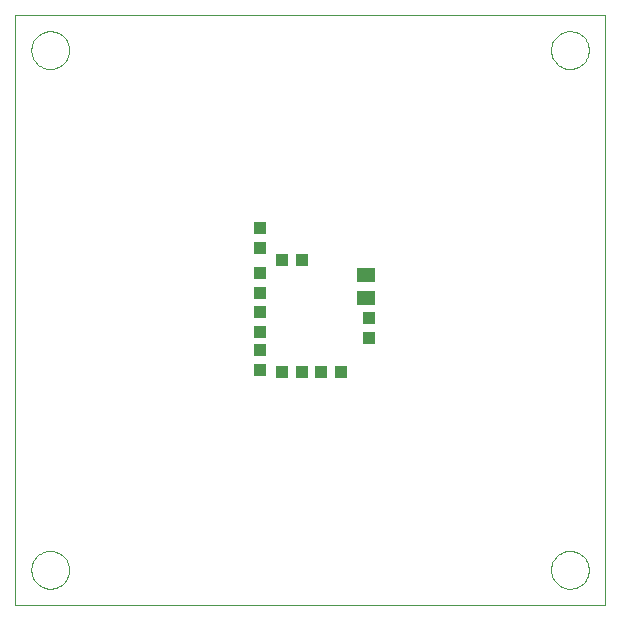
<source format=gbp>
G75*
G70*
%OFA0B0*%
%FSLAX24Y24*%
%IPPOS*%
%LPD*%
%AMOC8*
5,1,8,0,0,1.08239X$1,22.5*
%
%ADD10C,0.0000*%
%ADD11R,0.0394X0.0433*%
%ADD12R,0.0433X0.0394*%
%ADD13R,0.0591X0.0512*%
D10*
X003295Y003295D02*
X022980Y003295D01*
X022980Y022980D01*
X003295Y022980D01*
X003295Y003295D01*
X003846Y004476D02*
X003848Y004526D01*
X003854Y004576D01*
X003864Y004625D01*
X003878Y004673D01*
X003895Y004720D01*
X003916Y004765D01*
X003941Y004809D01*
X003969Y004850D01*
X004001Y004889D01*
X004035Y004926D01*
X004072Y004960D01*
X004112Y004990D01*
X004154Y005017D01*
X004198Y005041D01*
X004244Y005062D01*
X004291Y005078D01*
X004339Y005091D01*
X004389Y005100D01*
X004438Y005105D01*
X004489Y005106D01*
X004539Y005103D01*
X004588Y005096D01*
X004637Y005085D01*
X004685Y005070D01*
X004731Y005052D01*
X004776Y005030D01*
X004819Y005004D01*
X004860Y004975D01*
X004899Y004943D01*
X004935Y004908D01*
X004967Y004870D01*
X004997Y004830D01*
X005024Y004787D01*
X005047Y004743D01*
X005066Y004697D01*
X005082Y004649D01*
X005094Y004600D01*
X005102Y004551D01*
X005106Y004501D01*
X005106Y004451D01*
X005102Y004401D01*
X005094Y004352D01*
X005082Y004303D01*
X005066Y004255D01*
X005047Y004209D01*
X005024Y004165D01*
X004997Y004122D01*
X004967Y004082D01*
X004935Y004044D01*
X004899Y004009D01*
X004860Y003977D01*
X004819Y003948D01*
X004776Y003922D01*
X004731Y003900D01*
X004685Y003882D01*
X004637Y003867D01*
X004588Y003856D01*
X004539Y003849D01*
X004489Y003846D01*
X004438Y003847D01*
X004389Y003852D01*
X004339Y003861D01*
X004291Y003874D01*
X004244Y003890D01*
X004198Y003911D01*
X004154Y003935D01*
X004112Y003962D01*
X004072Y003992D01*
X004035Y004026D01*
X004001Y004063D01*
X003969Y004102D01*
X003941Y004143D01*
X003916Y004187D01*
X003895Y004232D01*
X003878Y004279D01*
X003864Y004327D01*
X003854Y004376D01*
X003848Y004426D01*
X003846Y004476D01*
X003846Y021799D02*
X003848Y021849D01*
X003854Y021899D01*
X003864Y021948D01*
X003878Y021996D01*
X003895Y022043D01*
X003916Y022088D01*
X003941Y022132D01*
X003969Y022173D01*
X004001Y022212D01*
X004035Y022249D01*
X004072Y022283D01*
X004112Y022313D01*
X004154Y022340D01*
X004198Y022364D01*
X004244Y022385D01*
X004291Y022401D01*
X004339Y022414D01*
X004389Y022423D01*
X004438Y022428D01*
X004489Y022429D01*
X004539Y022426D01*
X004588Y022419D01*
X004637Y022408D01*
X004685Y022393D01*
X004731Y022375D01*
X004776Y022353D01*
X004819Y022327D01*
X004860Y022298D01*
X004899Y022266D01*
X004935Y022231D01*
X004967Y022193D01*
X004997Y022153D01*
X005024Y022110D01*
X005047Y022066D01*
X005066Y022020D01*
X005082Y021972D01*
X005094Y021923D01*
X005102Y021874D01*
X005106Y021824D01*
X005106Y021774D01*
X005102Y021724D01*
X005094Y021675D01*
X005082Y021626D01*
X005066Y021578D01*
X005047Y021532D01*
X005024Y021488D01*
X004997Y021445D01*
X004967Y021405D01*
X004935Y021367D01*
X004899Y021332D01*
X004860Y021300D01*
X004819Y021271D01*
X004776Y021245D01*
X004731Y021223D01*
X004685Y021205D01*
X004637Y021190D01*
X004588Y021179D01*
X004539Y021172D01*
X004489Y021169D01*
X004438Y021170D01*
X004389Y021175D01*
X004339Y021184D01*
X004291Y021197D01*
X004244Y021213D01*
X004198Y021234D01*
X004154Y021258D01*
X004112Y021285D01*
X004072Y021315D01*
X004035Y021349D01*
X004001Y021386D01*
X003969Y021425D01*
X003941Y021466D01*
X003916Y021510D01*
X003895Y021555D01*
X003878Y021602D01*
X003864Y021650D01*
X003854Y021699D01*
X003848Y021749D01*
X003846Y021799D01*
X021169Y021799D02*
X021171Y021849D01*
X021177Y021899D01*
X021187Y021948D01*
X021201Y021996D01*
X021218Y022043D01*
X021239Y022088D01*
X021264Y022132D01*
X021292Y022173D01*
X021324Y022212D01*
X021358Y022249D01*
X021395Y022283D01*
X021435Y022313D01*
X021477Y022340D01*
X021521Y022364D01*
X021567Y022385D01*
X021614Y022401D01*
X021662Y022414D01*
X021712Y022423D01*
X021761Y022428D01*
X021812Y022429D01*
X021862Y022426D01*
X021911Y022419D01*
X021960Y022408D01*
X022008Y022393D01*
X022054Y022375D01*
X022099Y022353D01*
X022142Y022327D01*
X022183Y022298D01*
X022222Y022266D01*
X022258Y022231D01*
X022290Y022193D01*
X022320Y022153D01*
X022347Y022110D01*
X022370Y022066D01*
X022389Y022020D01*
X022405Y021972D01*
X022417Y021923D01*
X022425Y021874D01*
X022429Y021824D01*
X022429Y021774D01*
X022425Y021724D01*
X022417Y021675D01*
X022405Y021626D01*
X022389Y021578D01*
X022370Y021532D01*
X022347Y021488D01*
X022320Y021445D01*
X022290Y021405D01*
X022258Y021367D01*
X022222Y021332D01*
X022183Y021300D01*
X022142Y021271D01*
X022099Y021245D01*
X022054Y021223D01*
X022008Y021205D01*
X021960Y021190D01*
X021911Y021179D01*
X021862Y021172D01*
X021812Y021169D01*
X021761Y021170D01*
X021712Y021175D01*
X021662Y021184D01*
X021614Y021197D01*
X021567Y021213D01*
X021521Y021234D01*
X021477Y021258D01*
X021435Y021285D01*
X021395Y021315D01*
X021358Y021349D01*
X021324Y021386D01*
X021292Y021425D01*
X021264Y021466D01*
X021239Y021510D01*
X021218Y021555D01*
X021201Y021602D01*
X021187Y021650D01*
X021177Y021699D01*
X021171Y021749D01*
X021169Y021799D01*
X021169Y004476D02*
X021171Y004526D01*
X021177Y004576D01*
X021187Y004625D01*
X021201Y004673D01*
X021218Y004720D01*
X021239Y004765D01*
X021264Y004809D01*
X021292Y004850D01*
X021324Y004889D01*
X021358Y004926D01*
X021395Y004960D01*
X021435Y004990D01*
X021477Y005017D01*
X021521Y005041D01*
X021567Y005062D01*
X021614Y005078D01*
X021662Y005091D01*
X021712Y005100D01*
X021761Y005105D01*
X021812Y005106D01*
X021862Y005103D01*
X021911Y005096D01*
X021960Y005085D01*
X022008Y005070D01*
X022054Y005052D01*
X022099Y005030D01*
X022142Y005004D01*
X022183Y004975D01*
X022222Y004943D01*
X022258Y004908D01*
X022290Y004870D01*
X022320Y004830D01*
X022347Y004787D01*
X022370Y004743D01*
X022389Y004697D01*
X022405Y004649D01*
X022417Y004600D01*
X022425Y004551D01*
X022429Y004501D01*
X022429Y004451D01*
X022425Y004401D01*
X022417Y004352D01*
X022405Y004303D01*
X022389Y004255D01*
X022370Y004209D01*
X022347Y004165D01*
X022320Y004122D01*
X022290Y004082D01*
X022258Y004044D01*
X022222Y004009D01*
X022183Y003977D01*
X022142Y003948D01*
X022099Y003922D01*
X022054Y003900D01*
X022008Y003882D01*
X021960Y003867D01*
X021911Y003856D01*
X021862Y003849D01*
X021812Y003846D01*
X021761Y003847D01*
X021712Y003852D01*
X021662Y003861D01*
X021614Y003874D01*
X021567Y003890D01*
X021521Y003911D01*
X021477Y003935D01*
X021435Y003962D01*
X021395Y003992D01*
X021358Y004026D01*
X021324Y004063D01*
X021292Y004102D01*
X021264Y004143D01*
X021239Y004187D01*
X021218Y004232D01*
X021201Y004279D01*
X021187Y004327D01*
X021177Y004376D01*
X021171Y004426D01*
X021169Y004476D01*
D11*
X015106Y012213D03*
X015106Y012882D03*
X011465Y013079D03*
X011465Y012409D03*
X011465Y011799D03*
X011465Y011130D03*
X011465Y013689D03*
X011465Y014358D03*
X011465Y015189D03*
X011465Y015858D03*
D12*
X012213Y014811D03*
X012882Y014811D03*
X012882Y011071D03*
X013492Y011071D03*
X014161Y011071D03*
X012213Y011071D03*
D13*
X015008Y013551D03*
X015008Y014299D03*
M02*

</source>
